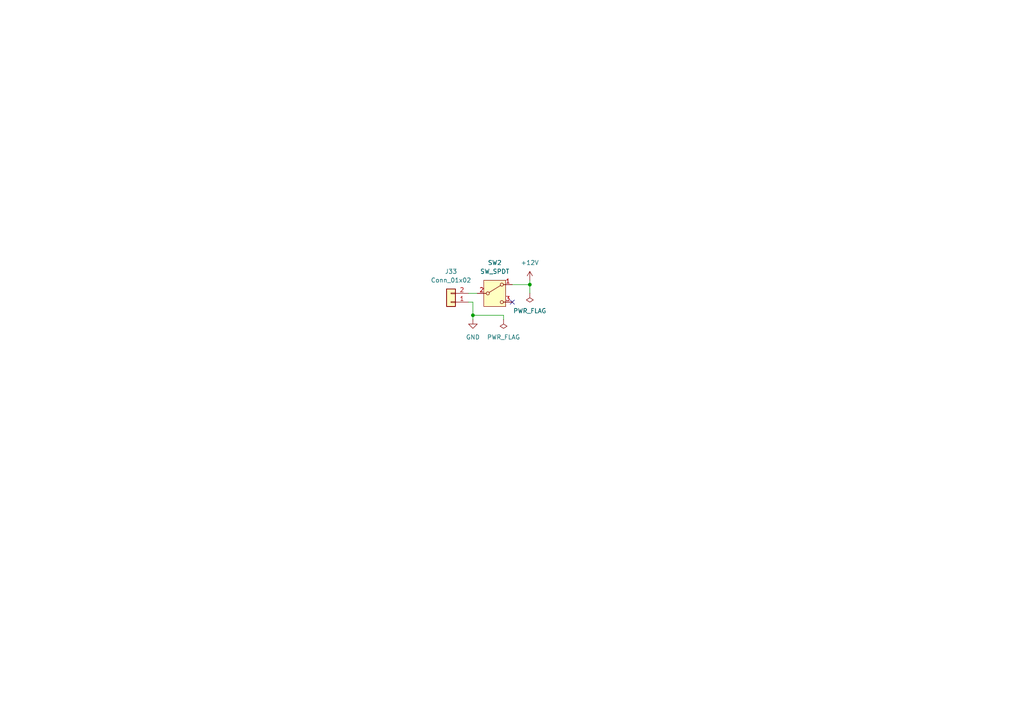
<source format=kicad_sch>
(kicad_sch (version 20250114) (generator "eeschema") (generator_version "9.0")
  (paper "A4")
  (lib_symbols
    (symbol "Connector_Generic:Conn_01x02" (pin_names (offset 1.016) (hide yes))
      (property "Reference" "J" (at 0 2.54 0))
      (property "Value" "Conn_01x02" (at 0 -5.08 0))
      (symbol "Conn_01x02_1_1"
        (rectangle (start -1.27 1.27) (end 1.27 -3.81) (stroke (width 0.254)) (fill (type background)))
        (rectangle (start -1.27 0.127) (end 0 -0.127) (stroke (width 0.1524)))
        (rectangle (start -1.27 -2.413) (end 0 -2.667) (stroke (width 0.1524)))
        (pin passive line (at -5.08 0 0) (length 3.81) (name "Pin_1") (number "1"))
        (pin passive line (at -5.08 -2.54 0) (length 3.81) (name "Pin_2") (number "2"))
      )
    )
    (symbol "Switch:SW_SPDT" (pin_names (offset 0) (hide yes))
      (property "Reference" "SW" (at 0 5.08 0))
      (property "Value" "SW_SPDT" (at 0 -5.08 0))
      (symbol "SW_SPDT_0_1"
        (circle (center -2.032 0) (radius 0.4572))
        (polyline (pts (xy -1.651 0.254) (xy 1.651 2.286)))
        (circle (center 2.032 2.54) (radius 0.4572))
        (circle (center 2.032 -2.54) (radius 0.4572))
      )
      (symbol "SW_SPDT_1_1"
        (rectangle (start -3.175 3.81) (end 3.175 -3.81) (fill (type background)))
        (pin passive line (at -5.08 0 0) (length 2.54) (name "B") (number "2"))
        (pin passive line (at 5.08 2.54 180) (length 2.54) (name "A") (number "1"))
        (pin passive line (at 5.08 -2.54 180) (length 2.54) (name "C") (number "3"))
      )
    )
    (symbol "power:+12V" (power) (pin_numbers (hide yes)) (pin_names (offset 0) (hide yes))
      (property "Value" "+12V" (at 0 3.556 0))
      (symbol "+12V_0_1"
        (polyline (pts (xy -0.762 1.27) (xy 0 2.54)))
        (polyline (pts (xy 0 2.54) (xy 0.762 1.27)))
        (polyline (pts (xy 0 0) (xy 0 2.54)))
      )
      (symbol "+12V_1_1"
        (pin power_in line (at 0 0 90) (length 0) (name "~") (number "1"))
      )
    )
    (symbol "power:GND" (power) (pin_numbers (hide yes)) (pin_names (offset 0) (hide yes))
      (property "Value" "GND" (at 0 -3.81 0))
      (symbol "GND_0_1"
        (polyline (pts (xy 0 0) (xy 0 -1.27) (xy 1.27 -1.27) (xy 0 -2.54) (xy -1.27 -1.27) (xy 0 -1.27)))
      )
      (symbol "GND_1_1"
        (pin power_in line (at 0 0 270) (length 0) (name "~") (number "1"))
      )
    )
    (symbol "power:PWR_FLAG" (power) (pin_numbers (hide yes)) (pin_names (offset 0) (hide yes))
      (property "Value" "PWR_FLAG" (at 0 3.81 0))
      (symbol "PWR_FLAG_0_0"
        (pin power_out line (at 0 0 90) (length 0) (name "~") (number "1"))
      )
      (symbol "PWR_FLAG_0_1"
        (polyline (pts (xy 0 0) (xy 0 1.27) (xy -1.016 1.905) (xy 0 2.54) (xy 1.016 1.905) (xy 0 1.27)))
      )
    )
  )
  (junction (at 153.67 82.55))
  (junction (at 137.16 91.44))
  (no_connect (at 148.59 87.63))
  (wire (pts (xy 153.67 82.55) (xy 153.67 85.09)))
  (wire (pts (xy 148.59 82.55) (xy 153.67 82.55)))
  (wire (pts (xy 146.05 92.71) (xy 146.05 91.44)))
  (wire (pts (xy 137.16 91.44) (xy 146.05 91.44)))
  (wire (pts (xy 135.89 85.09) (xy 138.43 85.09)))
  (wire (pts (xy 153.67 81.28) (xy 153.67 82.55)))
  (wire (pts (xy 137.16 87.63) (xy 137.16 91.44)))
  (wire (pts (xy 137.16 91.44) (xy 137.16 92.71)))
  (wire (pts (xy 135.89 87.63) (xy 137.16 87.63)))
  (symbol (lib_id "Switch:SW_SPDT") (at 143.51 85.09 0) (unit 1)
    (property "Reference" "SW2" (at 143.51 76.2 0))
    (property "Value" "SW_SPDT" (at 143.51 78.74 0))
    (property "Footprint" "mylib:472123010111" (effects (hide yes)))
    (property "Datasheet" "https://www.we-online.com/components/products/datasheet/472123010111.pdf" (effects (hide yes)))
    (property "Description" "Switch, single pole double throw" (effects (hide yes)))
    (property "MPN" "472123010111" (effects (hide yes)))
  )
  (symbol (lib_id "power:PWR_FLAG") (at 146.05 92.71 180) (unit 1)
    (property "Reference" "#FLG01" (effects (hide yes)))
    (property "Value" "PWR_FLAG" (at 146.05 97.79 0))
    (property "Description" "Special symbol for telling ERC where power comes from" (effects (hide yes)))
  )
  (symbol (lib_id "power:GND") (at 137.16 92.71 0) (unit 1)
    (property "Reference" "#PWR080" (effects (hide yes)))
    (property "Value" "GND" (at 137.16 97.79 0))
    (property "Description" "Power symbol creates a global label with name \"GND\" , ground" (effects (hide yes)))
  )
  (symbol (lib_id "Connector_Generic:Conn_01x02") (at 130.81 87.63 180) (unit 1)
    (property "Reference" "J33" (at 130.81 78.74 0))
    (property "Value" "Conn_01x02" (at 130.81 81.28 0))
    (property "Footprint" "Connector_AMASS:AMASS_XT60-M_1x02_P7.20mm_Vertical" (effects (hide yes)))
    (property "Description" "Generic connector, single row, 01x02, script generated (kicad-library-utils/schlib/autogen/connector/)" (effects (hide yes)))
  )
  (symbol (lib_id "power:+12V") (at 153.67 81.28 0) (unit 1)
    (property "Reference" "#PWR081" (effects (hide yes)))
    (property "Value" "+12V" (at 153.67 76.2 0))
    (property "Description" "Power symbol creates a global label with name \"+12V\"" (effects (hide yes)))
  )
  (symbol (lib_id "power:PWR_FLAG") (at 153.67 85.09 180) (unit 1)
    (property "Reference" "#FLG02" (effects (hide yes)))
    (property "Value" "PWR_FLAG" (at 153.67 90.17 0))
    (property "Description" "Special symbol for telling ERC where power comes from" (effects (hide yes)))
  )
)
</source>
